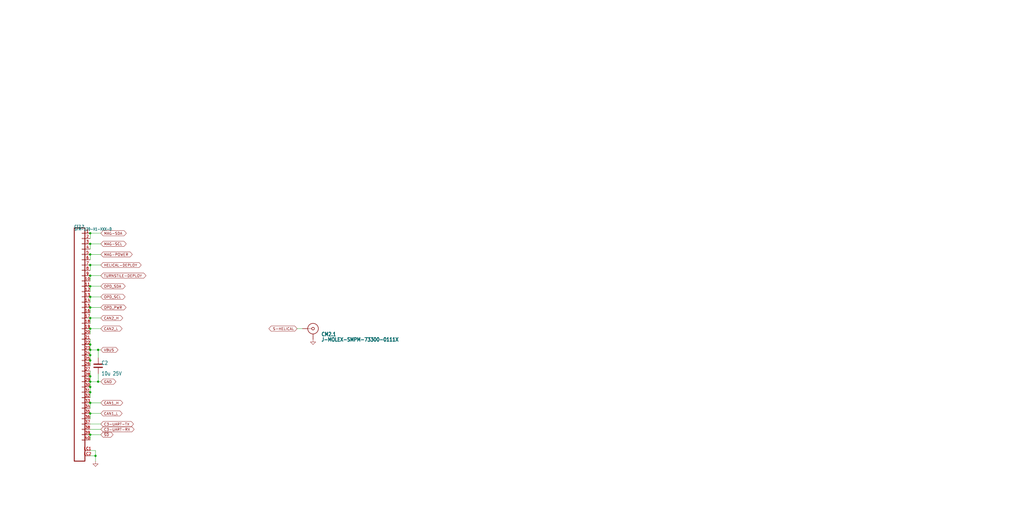
<source format=kicad_sch>
(kicad_sch (version 20211123) (generator eeschema)
  (paper "User" 490.22 254.406)
  (lib_symbols
    (symbol "Device:C" (pin_numbers hide) (pin_names (offset 0.254))
      (property "Reference" "C" (at 0.635 2.54 0))
      (property "Value" "C" (at 0.635 -2.54 0))
      (symbol "C_0_1"
        (polyline (pts (xy -2.032 -0.762) (xy 2.032 -0.762)) (stroke (width 0.508)))
        (polyline (pts (xy -2.032 0.762) (xy 2.032 0.762)) (stroke (width 0.508)))
      )
      (symbol "C_1_1"
        (pin passive line (at 0 3.81 270) (length 2.794) (name "~") (number "1"))
        (pin passive line (at 0 -3.81 90) (length 2.794) (name "~") (number "2"))
      )
    )
    (symbol "oresat-connectors:J-MOLEX-SMPM-73300-0111X_1"
      (property "Reference" "CM2.2" (at 3.81 -3.81 0))
      (property "Value" "J-MOLEX-SMPM-73300-0111X_1" (at 3.81 -6.35 0))
      (symbol "J-MOLEX-SMPM-73300-0111X_1_1_0"
        (polyline (pts (xy -2.54 0) (xy -0.635 0)) (stroke (width 0.1524)))
        (circle (center 0 0) (radius 0.635) (stroke (width 0.254)))
        (circle (center 0 0) (radius 2.54) (stroke (width 0.254)))
        (pin passive line (at 0 -5.08 90) (length 2.54) (name "SHIELD1") (number "GND"))
        (pin passive line (at -5.08 0 0) (length 2.54) (name "RF") (number "RF-DOWN"))
      )
    )
    (symbol "oresat-connectors:J-SAMTEC-TFM-120-01-L-D-RA" (pin_names hide)
      (property "Reference" "J" (at -2.54 53.34 0))
      (property "Value" "J-SAMTEC-TFM-120-01-L-D-RA" (at 0 -55.88 0))
      (symbol "J-SAMTEC-TFM-120-01-L-D-RA_0_1"
        (rectangle (start -2.54 50.8) (end 2.54 -60.96) (stroke (width 0.4)))
        (rectangle (start 2.413 -50.673) (end 1.143 -50.927) (stroke (width 0.1524)))
        (rectangle (start 2.413 -48.133) (end 1.143 -48.387) (stroke (width 0.1524)))
        (rectangle (start 2.413 -45.593) (end 1.143 -45.847) (stroke (width 0.1524)))
        (rectangle (start 2.413 -43.053) (end 1.143 -43.307) (stroke (width 0.1524)))
        (rectangle (start 2.413 -40.513) (end 1.143 -40.767) (stroke (width 0.1524)))
        (rectangle (start 2.413 -37.973) (end 1.143 -38.227) (stroke (width 0.1524)))
        (rectangle (start 2.413 -35.433) (end 1.143 -35.687) (stroke (width 0.1524)))
        (rectangle (start 2.413 -32.893) (end 1.143 -33.147) (stroke (width 0.1524)))
        (rectangle (start 2.413 -30.353) (end 1.143 -30.607) (stroke (width 0.1524)))
        (rectangle (start 2.413 -27.813) (end 1.143 -28.067) (stroke (width 0.1524)))
        (rectangle (start 2.413 -25.273) (end 1.143 -25.527) (stroke (width 0.1524)))
        (rectangle (start 2.413 -22.733) (end 1.143 -22.987) (stroke (width 0.1524)))
        (rectangle (start 2.413 -20.193) (end 1.143 -20.447) (stroke (width 0.1524)))
        (rectangle (start 2.413 -17.653) (end 1.143 -17.907) (stroke (width 0.1524)))
        (rectangle (start 2.413 -15.113) (end 1.143 -15.367) (stroke (width 0.1524)))
        (rectangle (start 2.413 -12.573) (end 1.143 -12.827) (stroke (width 0.1524)))
        (rectangle (start 2.413 -10.033) (end 1.143 -10.287) (stroke (width 0.1524)))
        (rectangle (start 2.413 -7.493) (end 1.143 -7.747) (stroke (width 0.1524)))
        (rectangle (start 2.413 -4.953) (end 1.143 -5.207) (stroke (width 0.1524)))
        (rectangle (start 2.413 -2.413) (end 1.143 -2.667) (stroke (width 0.1524)))
        (rectangle (start 2.413 0.127) (end 1.143 -0.127) (stroke (width 0.1524)))
        (rectangle (start 2.413 2.667) (end 1.143 2.413) (stroke (width 0.1524)))
        (rectangle (start 2.413 5.207) (end 1.143 4.953) (stroke (width 0.1524)))
        (rectangle (start 2.413 7.747) (end 1.143 7.493) (stroke (width 0.1524)))
        (rectangle (start 2.413 10.287) (end 1.143 10.033) (stroke (width 0.1524)))
        (rectangle (start 2.413 12.827) (end 1.143 12.573) (stroke (width 0.1524)))
        (rectangle (start 2.413 15.367) (end 1.143 15.113) (stroke (width 0.1524)))
        (rectangle (start 2.413 17.907) (end 1.143 17.653) (stroke (width 0.1524)))
        (rectangle (start 2.413 20.447) (end 1.143 20.193) (stroke (width 0.1524)))
        (rectangle (start 2.413 22.987) (end 1.143 22.733) (stroke (width 0.1524)))
        (rectangle (start 2.413 25.527) (end 1.143 25.273) (stroke (width 0.1524)))
        (rectangle (start 2.413 28.067) (end 1.143 27.813) (stroke (width 0.1524)))
        (rectangle (start 2.413 30.607) (end 1.143 30.353) (stroke (width 0.1524)))
        (rectangle (start 2.413 33.147) (end 1.143 32.893) (stroke (width 0.1524)))
        (rectangle (start 2.413 35.687) (end 1.143 35.433) (stroke (width 0.1524)))
        (rectangle (start 2.413 38.227) (end 1.143 37.973) (stroke (width 0.1524)))
        (rectangle (start 2.413 40.767) (end 1.143 40.513) (stroke (width 0.1524)))
        (rectangle (start 2.413 43.307) (end 1.143 43.053) (stroke (width 0.1524)))
        (rectangle (start 2.413 45.847) (end 1.143 45.593) (stroke (width 0.1524)))
        (rectangle (start 2.413 48.387) (end 1.143 48.133) (stroke (width 0.1524)))
      )
      (symbol "J-SAMTEC-TFM-120-01-L-D-RA_1_1"
        (pin passive line (at 5.08 48.26 180) (length 2.54) (name "") (number "1"))
        (pin passive line (at 5.08 25.4 180) (length 2.54) (name "") (number "10"))
        (pin passive line (at 5.08 22.86 180) (length 2.54) (name "") (number "11"))
        (pin passive line (at 5.08 20.32 180) (length 2.54) (name "") (number "12"))
        (pin passive line (at 5.08 17.78 180) (length 2.54) (name "") (number "13"))
        (pin passive line (at 5.08 15.24 180) (length 2.54) (name "") (number "14"))
        (pin passive line (at 5.08 12.7 180) (length 2.54) (name "") (number "15"))
        (pin passive line (at 5.08 10.16 180) (length 2.54) (name "") (number "16"))
        (pin passive line (at 5.08 7.62 180) (length 2.54) (name "") (number "17"))
        (pin passive line (at 5.08 5.08 180) (length 2.54) (name "") (number "18"))
        (pin passive line (at 5.08 2.54 180) (length 2.54) (name "") (number "19"))
        (pin passive line (at 5.08 45.72 180) (length 2.54) (name "") (number "2"))
        (pin passive line (at 5.08 0 180) (length 2.54) (name "") (number "20"))
        (pin passive line (at 5.08 -2.54 180) (length 2.54) (name "") (number "21"))
        (pin passive line (at 5.08 -5.08 180) (length 2.54) (name "") (number "22"))
        (pin passive line (at 5.08 -7.62 180) (length 2.54) (name "") (number "23"))
        (pin passive line (at 5.08 -10.16 180) (length 2.54) (name "") (number "24"))
        (pin passive line (at 5.08 -12.7 180) (length 2.54) (name "") (number "25"))
        (pin passive line (at 5.08 -15.24 180) (length 2.54) (name "") (number "26"))
        (pin passive line (at 5.08 -17.78 180) (length 2.54) (name "") (number "27"))
        (pin passive line (at 5.08 -20.32 180) (length 2.54) (name "") (number "28"))
        (pin passive line (at 5.08 -22.86 180) (length 2.54) (name "") (number "29"))
        (pin passive line (at 5.08 43.18 180) (length 2.54) (name "") (number "3"))
        (pin passive line (at 5.08 -25.4 180) (length 2.54) (name "") (number "30"))
        (pin passive line (at 5.08 -27.94 180) (length 2.54) (name "") (number "31"))
        (pin passive line (at 5.08 -30.48 180) (length 2.54) (name "") (number "32"))
        (pin passive line (at 5.08 -33.02 180) (length 2.54) (name "") (number "33"))
        (pin passive line (at 5.08 -35.56 180) (length 2.54) (name "") (number "34"))
        (pin passive line (at 5.08 -38.1 180) (length 2.54) (name "") (number "35"))
        (pin passive line (at 5.08 -40.64 180) (length 2.54) (name "") (number "36"))
        (pin passive line (at 5.08 -43.18 180) (length 2.54) (name "") (number "37"))
        (pin passive line (at 5.08 -45.72 180) (length 2.54) (name "") (number "38"))
        (pin passive line (at 5.08 -48.26 180) (length 2.54) (name "") (number "39"))
        (pin passive line (at 5.08 40.64 180) (length 2.54) (name "") (number "4"))
        (pin passive line (at 5.08 -50.8 180) (length 2.54) (name "") (number "40"))
        (pin passive line (at 5.08 38.1 180) (length 2.54) (name "") (number "5"))
        (pin passive line (at 5.08 35.56 180) (length 2.54) (name "") (number "6"))
        (pin passive line (at 5.08 33.02 180) (length 2.54) (name "") (number "7"))
        (pin passive line (at 5.08 30.48 180) (length 2.54) (name "") (number "8"))
        (pin passive line (at 5.08 27.94 180) (length 2.54) (name "") (number "9"))
        (pin passive line (at 5.08 -55.88 180) (length 2.54) (name "") (number "LC1"))
        (pin passive line (at 5.08 -58.42 180) (length 2.54) (name "") (number "LC2"))
      )
    )
    (symbol "power:GND" (power) (pin_names (offset 0))
      (property "Value" "GND" (at 0 -3.81 0))
      (symbol "GND_0_1"
        (polyline (pts (xy 0 0) (xy 0 -1.27) (xy 1.27 -1.27) (xy 0 -2.54) (xy -1.27 -1.27) (xy 0 -1.27)))
      )
      (symbol "GND_1_1"
        (pin power_in line (at 0 0 270) (length 0) hide (name "GND") (number "1"))
      )
    )
  )
  (junction (at 43.18 187.96))
  (junction (at 43.18 193.04))
  (junction (at 43.18 185.42))
  (junction (at 43.18 157.48))
  (junction (at 43.18 116.84))
  (junction (at 43.18 182.88))
  (junction (at 43.18 111.76))
  (junction (at 45.72 218.44))
  (junction (at 43.18 152.4))
  (junction (at 43.18 165.1))
  (junction (at 43.18 167.64))
  (junction (at 46.99 167.64))
  (junction (at 43.18 170.18))
  (junction (at 43.18 121.92))
  (junction (at 43.18 132.08))
  (junction (at 43.18 127))
  (junction (at 43.18 180.34))
  (junction (at 43.18 198.12))
  (junction (at 46.99 182.88))
  (junction (at 43.18 142.24))
  (junction (at 43.18 172.72))
  (junction (at 43.18 137.16))
  (junction (at 43.18 147.32))
  (junction (at 43.18 208.28))
  (wire (pts (xy 43.18 172.72) (xy 43.18 175.26)))
  (wire (pts (xy 43.18 127) (xy 48.26 127)))
  (wire (pts (xy 48.26 193.04) (xy 43.18 193.04)))
  (wire (pts (xy 43.18 180.34) (xy 43.18 182.88)))
  (wire (pts (xy 45.72 215.9) (xy 45.72 218.44)))
  (wire (pts (xy 43.18 152.4) (xy 43.18 154.94)))
  (wire (pts (xy 43.18 116.84) (xy 43.18 119.38)))
  (wire (pts (xy 48.26 137.16) (xy 43.18 137.16)))
  (wire (pts (xy 43.18 132.08) (xy 43.18 134.62)))
  (wire (pts (xy 48.26 167.64) (xy 46.99 167.64)))
  (wire (pts (xy 43.18 121.92) (xy 48.26 121.92)))
  (wire (pts (xy 43.18 127) (xy 43.18 129.54)))
  (wire (pts (xy 43.18 177.8) (xy 43.18 180.34)))
  (wire (pts (xy 45.72 218.44) (xy 45.72 220.98)))
  (wire (pts (xy 43.18 167.64) (xy 43.18 170.18)))
  (wire (pts (xy 43.18 152.4) (xy 48.26 152.4)))
  (wire (pts (xy 43.18 165.1) (xy 43.18 167.64)))
  (wire (pts (xy 43.18 142.24) (xy 43.18 144.78)))
  (wire (pts (xy 43.18 170.18) (xy 43.18 172.72)))
  (wire (pts (xy 43.18 187.96) (xy 43.18 190.5)))
  (wire (pts (xy 43.18 198.12) (xy 43.18 200.66)))
  (wire (pts (xy 43.18 162.56) (xy 43.18 165.1)))
  (wire (pts (xy 46.99 167.64) (xy 46.99 171.45)))
  (wire (pts (xy 43.18 208.28) (xy 43.18 210.82)))
  (wire (pts (xy 48.26 147.32) (xy 43.18 147.32)))
  (wire (pts (xy 48.26 198.12) (xy 43.18 198.12)))
  (wire (pts (xy 43.18 157.48) (xy 43.18 160.02)))
  (wire (pts (xy 43.18 137.16) (xy 43.18 139.7)))
  (wire (pts (xy 43.18 193.04) (xy 43.18 195.58)))
  (wire (pts (xy 43.18 205.74) (xy 48.26 205.74)))
  (wire (pts (xy 46.99 179.07) (xy 46.99 182.88)))
  (wire (pts (xy 43.18 215.9) (xy 45.72 215.9)))
  (wire (pts (xy 48.26 142.24) (xy 43.18 142.24)))
  (wire (pts (xy 144.78 157.48) (xy 142.24 157.48)))
  (wire (pts (xy 43.18 121.92) (xy 43.18 124.46)))
  (wire (pts (xy 48.26 157.48) (xy 43.18 157.48)))
  (wire (pts (xy 48.26 203.2) (xy 43.18 203.2)))
  (wire (pts (xy 43.18 111.76) (xy 43.18 114.3)))
  (wire (pts (xy 43.18 116.84) (xy 48.26 116.84)))
  (wire (pts (xy 43.18 185.42) (xy 43.18 187.96)))
  (wire (pts (xy 48.26 182.88) (xy 46.99 182.88)))
  (wire (pts (xy 46.99 167.64) (xy 43.18 167.64)))
  (wire (pts (xy 43.18 111.76) (xy 48.26 111.76)))
  (wire (pts (xy 48.26 208.28) (xy 43.18 208.28)))
  (wire (pts (xy 43.18 147.32) (xy 43.18 149.86)))
  (wire (pts (xy 46.99 182.88) (xy 43.18 182.88)))
  (wire (pts (xy 43.18 182.88) (xy 43.18 185.42)))
  (wire (pts (xy 43.18 218.44) (xy 45.72 218.44)))
  (wire (pts (xy 48.26 132.08) (xy 43.18 132.08)))
  (global_label "TURNSTILE-DEPLOY" (shape bidirectional) (at 48.26 132.08 0) (effects (font (size 1.2446 1.2446))) (property "Intersheet References" "${INTERSHEET_REFS}" (effects hide)))
  (global_label "OPD_PWR" (shape bidirectional) (at 48.26 147.32 0) (effects (font (size 1.2446 1.2446))) (property "Intersheet References" "${INTERSHEET_REFS}" (effects hide)))
  (global_label "MAG-POWER" (shape bidirectional) (at 48.26 121.92 0) (effects (font (size 1.2446 1.2446))) (property "Intersheet References" "${INTERSHEET_REFS}" (effects hide)))
  (global_label "CAN1_L" (shape bidirectional) (at 48.26 198.12 0) (effects (font (size 1.2446 1.2446))) (property "Intersheet References" "${INTERSHEET_REFS}" (effects hide)))
  (global_label "C3-UART-RX" (shape bidirectional) (at 48.26 205.74 0) (effects (font (size 1.2446 1.2446))) (property "Intersheet References" "${INTERSHEET_REFS}" (effects hide)))
  (global_label "OPD_SDA" (shape bidirectional) (at 48.26 137.16 0) (effects (font (size 1.2446 1.2446))) (property "Intersheet References" "${INTERSHEET_REFS}" (effects hide)))
  (global_label "S-HELICAL" (shape bidirectional) (at 142.24 157.48 180) (effects (font (size 1.2446 1.2446))) (property "Intersheet References" "${INTERSHEET_REFS}" (effects hide)))
  (global_label "C3-UART-TX" (shape bidirectional) (at 48.26 203.2 0) (effects (font (size 1.2446 1.2446))) (property "Intersheet References" "${INTERSHEET_REFS}" (effects hide)))
  (global_label "CAN2_L" (shape bidirectional) (at 48.26 157.48 0) (effects (font (size 1.2446 1.2446))) (property "Intersheet References" "${INTERSHEET_REFS}" (effects hide)))
  (global_label "HELICAL-DEPLOY" (shape bidirectional) (at 48.26 127 0) (effects (font (size 1.2446 1.2446))) (property "Intersheet References" "${INTERSHEET_REFS}" (effects hide)))
  (global_label "~{SD}" (shape bidirectional) (at 48.26 208.28 0) (effects (font (size 1.2446 1.2446))) (property "Intersheet References" "${INTERSHEET_REFS}" (effects hide)))
  (global_label "CAN2_H" (shape bidirectional) (at 48.26 152.4 0) (effects (font (size 1.2446 1.2446))) (property "Intersheet References" "${INTERSHEET_REFS}" (effects hide)))
  (global_label "GND" (shape bidirectional) (at 48.26 182.88 0) (effects (font (size 1.2446 1.2446))) (property "Intersheet References" "${INTERSHEET_REFS}" (effects hide)))
  (global_label "MAG-SDA" (shape bidirectional) (at 48.26 111.76 0) (effects (font (size 1.2446 1.2446))) (property "Intersheet References" "${INTERSHEET_REFS}" (effects hide)))
  (global_label "CAN1_H" (shape bidirectional) (at 48.26 193.04 0) (effects (font (size 1.2446 1.2446))) (property "Intersheet References" "${INTERSHEET_REFS}" (effects hide)))
  (global_label "MAG-SCL" (shape bidirectional) (at 48.26 116.84 0) (effects (font (size 1.2446 1.2446))) (property "Intersheet References" "${INTERSHEET_REFS}" (effects hide)))
  (global_label "OPD_SCL" (shape bidirectional) (at 48.26 142.24 0) (effects (font (size 1.2446 1.2446))) (property "Intersheet References" "${INTERSHEET_REFS}" (effects hide)))
  (global_label "VBUS" (shape bidirectional) (at 48.26 167.64 0) (effects (font (size 1.2446 1.2446))) (property "Intersheet References" "${INTERSHEET_REFS}" (effects hide)))
  (symbol (lib_id "power:GND") (at 45.72 220.98 0) (unit 1)
    (property "Reference" "#GND0103" (effects hide))
    (property "Value" "GND" (effects hide))
    (property "Footprint" "oresat-backplane-2u:" (effects hide))
  )
  (symbol (lib_id "power:GND") (at 149.86 162.56 0) (unit 1)
    (property "Reference" "#GND012" (effects hide))
    (property "Value" "GND" (effects hide))
    (property "Footprint" "oresat-backplane-2u:" (effects hide))
  )
  (symbol (lib_id "oresat-connectors:J-SAMTEC-TFM-120-01-L-D-RA") (at 38.1 160.02 0) (unit 1)
    (property "Reference" "CF2.2" (at 35.56 109.22 0) (effects (font (size 1.27 1.0795)) (justify left bottom)))
    (property "Value" "SFM-120-X1-XXX-D" (at 35.56 110.49 0) (effects (font (size 1.27 1.0795)) (justify left bottom)))
    (property "Footprint" "oresat-connectors:J-SAMTEC-SFM-120-X1-XXX-D" (effects hide))
  )
  (symbol (lib_id "oresat-connectors:J-MOLEX-SMPM-73300-0111X_1") (at 149.86 157.48 0) (unit 1)
    (property "Reference" "CM2.1" (at 153.67 161.29 0) (effects (font (size 1.778 1.5113) bold) (justify left bottom)))
    (property "Value" "J-MOLEX-SMPM-73300-0111X" (at 153.67 163.83 0) (effects (font (size 1.778 1.5113) bold) (justify left bottom)))
    (property "Footprint" "oresat-connectors:J-MOLEX-SMPM-73300-0111X-long" (effects hide))
  )
  (symbol (lib_id "Device:C") (at 46.99 175.26 0) (unit 1)
    (property "Reference" "C2" (at 48.514 174.879 0) (effects (font (size 1.778 1.5113)) (justify left bottom)))
    (property "Value" "10u 25V" (at 48.514 179.959 0) (effects (font (size 1.778 1.5113)) (justify left bottom)))
    (property "Footprint" "Capacitor_SMD:C_1206_3216Metric" (effects hide))
  )
)
</source>
